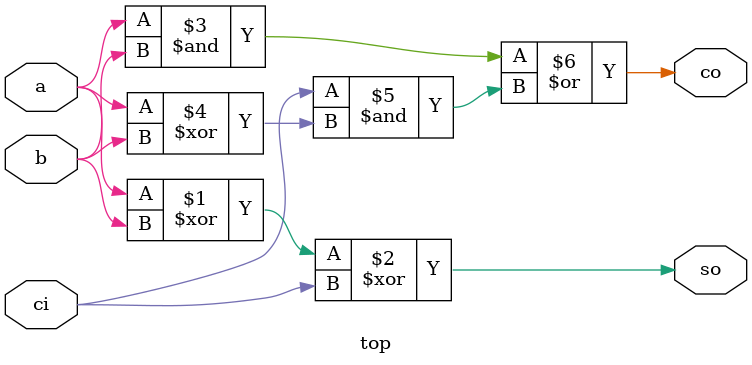
<source format=v>
module top(
	input a,
	input b,
	input ci,
	output so,
	output co
);
	assign so = a ^ b ^ ci;
	assign co = (a&b) | (ci & (a ^ b));
endmodule



//1位全加器

</source>
